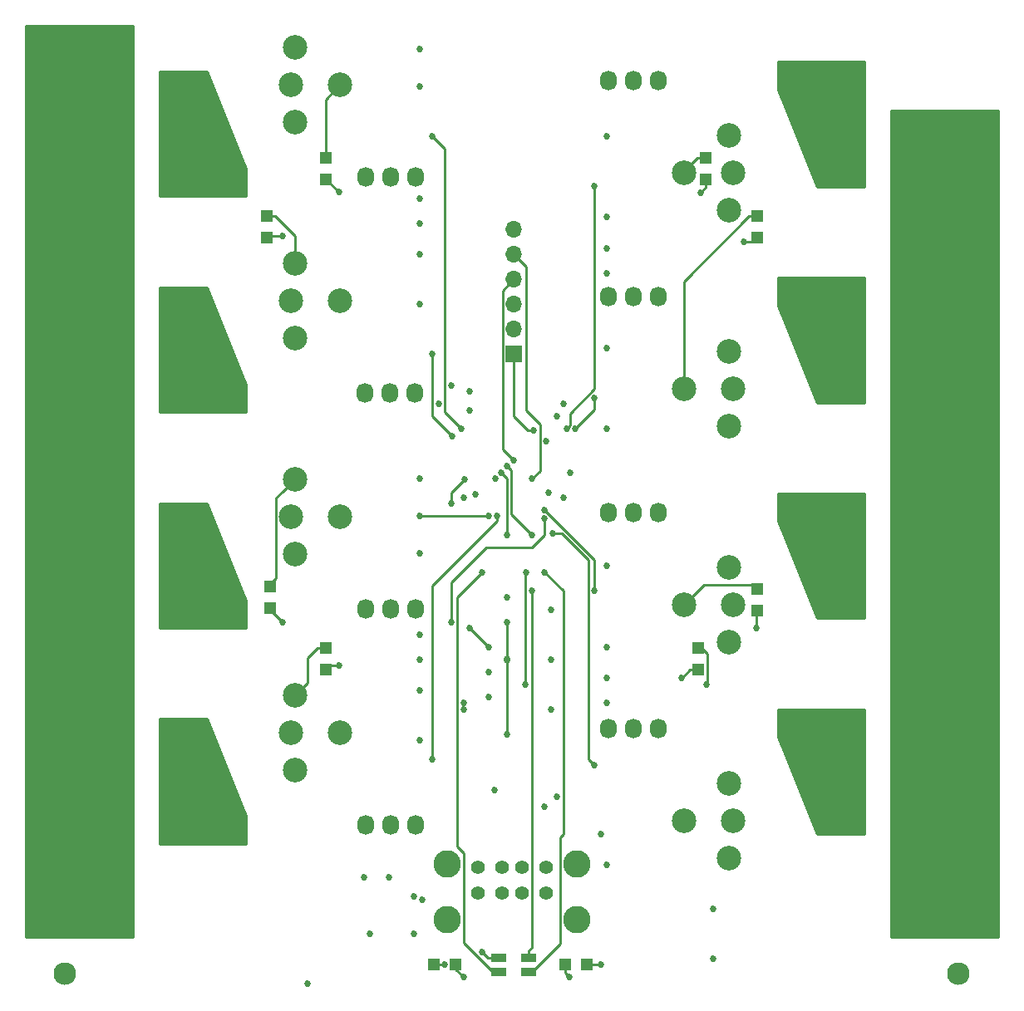
<source format=gbl>
G04 #@! TF.FileFunction,Copper,L4,Bot,Mixed*
%FSLAX46Y46*%
G04 Gerber Fmt 4.6, Leading zero omitted, Abs format (unit mm)*
G04 Created by KiCad (PCBNEW 4.0.2+dfsg1-stable) date Tue 05 Jun 2018 02:18:01 AM EDT*
%MOMM*%
G01*
G04 APERTURE LIST*
%ADD10C,0.150000*%
%ADD11C,2.500000*%
%ADD12R,1.200000X1.200000*%
%ADD13R,1.500000X0.900000*%
%ADD14O,3.810000X2.540000*%
%ADD15O,1.727200X2.032000*%
%ADD16R,1.700000X1.700000*%
%ADD17O,1.700000X1.700000*%
%ADD18C,1.420000*%
%ADD19C,2.800000*%
%ADD20R,2.300000X2.300000*%
%ADD21C,2.300000*%
%ADD22C,0.685800*%
%ADD23C,0.750000*%
%ADD24C,0.254000*%
G04 APERTURE END LIST*
D10*
D11*
X72110000Y44310000D03*
X72110000Y36690000D03*
X82270000Y44310000D03*
X89890000Y44310000D03*
X94500000Y40500000D03*
X84500000Y40500000D03*
X72500000Y40500000D03*
X67500000Y40500000D03*
D12*
X31000000Y83900000D03*
X31000000Y86100000D03*
D13*
X48615000Y3060000D03*
X48615000Y4560000D03*
X51715000Y4560000D03*
X51715000Y3060000D03*
D12*
X44280000Y3810000D03*
X42080000Y3810000D03*
D11*
X27890000Y89690000D03*
X27890000Y97310000D03*
X17730000Y89690000D03*
X10110000Y89690000D03*
X5500000Y93500000D03*
X15500000Y93500000D03*
X27500000Y93500000D03*
X32500000Y93500000D03*
X72110000Y88310000D03*
X72110000Y80690000D03*
X82270000Y88310000D03*
X89890000Y88310000D03*
X94500000Y84500000D03*
X84500000Y84500000D03*
X72500000Y84500000D03*
X67500000Y84500000D03*
X72110000Y66310000D03*
X72110000Y58690000D03*
X82270000Y66310000D03*
X89890000Y66310000D03*
X94500000Y62500000D03*
X84500000Y62500000D03*
X72500000Y62500000D03*
X67500000Y62500000D03*
X72110000Y22310000D03*
X72110000Y14690000D03*
X82270000Y22310000D03*
X89890000Y22310000D03*
X94500000Y18500000D03*
X84500000Y18500000D03*
X72500000Y18500000D03*
X67500000Y18500000D03*
X27890000Y23690000D03*
X27890000Y31310000D03*
X17730000Y23690000D03*
X10110000Y23690000D03*
X5500000Y27500000D03*
X15500000Y27500000D03*
X27500000Y27500000D03*
X32500000Y27500000D03*
X27890000Y45690000D03*
X27890000Y53310000D03*
X17730000Y45690000D03*
X10110000Y45690000D03*
X5500000Y49500000D03*
X15500000Y49500000D03*
X27500000Y49500000D03*
X32500000Y49500000D03*
X27890000Y67690000D03*
X27890000Y75310000D03*
X17730000Y67690000D03*
X10110000Y67690000D03*
X5500000Y71500000D03*
X15500000Y71500000D03*
X27500000Y71500000D03*
X32500000Y71500000D03*
D14*
X16050000Y83500000D03*
X21130000Y83500000D03*
D15*
X35100000Y84074800D03*
X37640000Y84074800D03*
X40180000Y84074800D03*
D14*
X83950000Y94500000D03*
X78870000Y94500000D03*
D15*
X64900000Y93925200D03*
X62360000Y93925200D03*
X59820000Y93925200D03*
D14*
X83950000Y72500000D03*
X78870000Y72500000D03*
D15*
X64900000Y71925200D03*
X62360000Y71925200D03*
X59820000Y71925200D03*
D14*
X83950000Y50500000D03*
X78870000Y50500000D03*
D15*
X64900000Y49925200D03*
X62360000Y49925200D03*
X59820000Y49925200D03*
D14*
X83950000Y28500000D03*
X78870000Y28500000D03*
D15*
X64900000Y27925200D03*
X62360000Y27925200D03*
X59820000Y27925200D03*
D14*
X16050000Y17500000D03*
X21130000Y17500000D03*
D15*
X35100000Y18074800D03*
X37640000Y18074800D03*
X40180000Y18074800D03*
D14*
X16050000Y39500000D03*
X21130000Y39500000D03*
D15*
X35100000Y40074800D03*
X37640000Y40074800D03*
X40180000Y40074800D03*
D14*
X16000000Y61500000D03*
X21080000Y61500000D03*
D15*
X35050000Y62074800D03*
X37590000Y62074800D03*
X40130000Y62074800D03*
D16*
X50165000Y66040000D03*
D17*
X50165000Y68580000D03*
X50165000Y71120000D03*
X50165000Y73660000D03*
X50165000Y76200000D03*
X50165000Y78740000D03*
D18*
X46500000Y13725005D03*
X49000000Y13725005D03*
X51000000Y13725005D03*
X53500000Y13725005D03*
X46500000Y11105005D03*
X49000000Y11105005D03*
X51000000Y11105005D03*
X53500000Y11105005D03*
D19*
X56570000Y8395005D03*
X56570000Y14075005D03*
X43430000Y14075005D03*
X43430000Y8395005D03*
D20*
X95500000Y8040000D03*
D21*
X95500000Y2960000D03*
D20*
X4445000Y8040000D03*
D21*
X4445000Y2960000D03*
D12*
X69750000Y83900000D03*
X69750000Y86100000D03*
X75000000Y77900000D03*
X75000000Y80100000D03*
X75000000Y39900000D03*
X75000000Y42100000D03*
X69000000Y33900000D03*
X69000000Y36100000D03*
X31000000Y33900000D03*
X31000000Y36100000D03*
X25400000Y40175000D03*
X25400000Y42375000D03*
X25000000Y77900000D03*
X25000000Y80100000D03*
X57615000Y3810000D03*
X55415000Y3810000D03*
D22*
X49530000Y41275000D03*
X45720000Y62230000D03*
X45085000Y30480000D03*
X45085000Y29845000D03*
X46990000Y5080000D03*
X46304758Y51786205D03*
X54610000Y59690000D03*
X53975000Y40005000D03*
X53975000Y29845000D03*
X47625000Y31115000D03*
X40005000Y10795000D03*
X40894000Y10414000D03*
X53481820Y57150000D03*
X55895057Y53958904D03*
X53738495Y51899979D03*
X40640000Y26670000D03*
X40640000Y31750000D03*
X47625000Y33655000D03*
X48268143Y53352040D03*
X55245000Y51435000D03*
X40640000Y53340000D03*
X40640000Y45720000D03*
X59690000Y13970000D03*
X40640000Y71120000D03*
X40640000Y76200000D03*
X59690000Y80010000D03*
X59690000Y88265000D03*
X40640000Y97155000D03*
X40640000Y93345000D03*
X29210000Y1905000D03*
X48260000Y21590000D03*
X37465000Y12700000D03*
X34925000Y12700000D03*
X43180000Y3810000D03*
X40005000Y6985000D03*
X70485000Y9525000D03*
X70485000Y4445000D03*
X45720000Y60325000D03*
X42545000Y60960000D03*
X43815000Y62865000D03*
X55245000Y60960000D03*
X45085000Y51435000D03*
X54610000Y20955000D03*
X59055000Y17145000D03*
X59690000Y44450000D03*
X59690000Y66675000D03*
X59690000Y36195000D03*
X59690000Y58420000D03*
X53975000Y34925000D03*
D23*
X49530000Y34925000D03*
D22*
X40640000Y37465000D03*
X40640000Y34925000D03*
X49530000Y38735000D03*
X40640000Y81915000D03*
X40640000Y79375000D03*
X49530000Y27305000D03*
X35560000Y6985000D03*
X53340000Y19955000D03*
X59690000Y33020000D03*
X59690000Y30480000D03*
X59690000Y74295000D03*
X59690000Y76835000D03*
X32385000Y82550000D03*
X46990000Y43815000D03*
X51989401Y41990599D03*
X53340000Y43815000D03*
X45085000Y2540000D03*
X47625000Y36195000D03*
X45671125Y38148875D03*
X50165000Y55245000D03*
X43815000Y50800000D03*
X45144049Y53280951D03*
X52070000Y47625000D03*
X49530000Y54610000D03*
X49530000Y47625000D03*
X48895000Y53975000D03*
X51435000Y43815000D03*
X51367091Y32385000D03*
X52237209Y58252791D03*
X41910000Y88265000D03*
X44861369Y58432690D03*
X58420000Y83185000D03*
X55545561Y58440938D03*
X58420000Y61595000D03*
X56404702Y58420000D03*
X58420000Y41910000D03*
X53340000Y50165000D03*
X58420000Y24130000D03*
X54176017Y47813903D03*
X41910000Y24765000D03*
X48463203Y49530000D03*
X47625000Y49530000D03*
X40640000Y49530000D03*
X41910000Y66040000D03*
X43937540Y57662460D03*
X52070000Y53340000D03*
X43815000Y38735000D03*
X53319062Y49305859D03*
X55880000Y2540000D03*
X69850000Y32385000D03*
X69202658Y82537658D03*
X73660000Y77470000D03*
X74930000Y38100000D03*
X67310000Y33020000D03*
X32385000Y34290000D03*
X26670000Y38735000D03*
X26670000Y78105000D03*
X59055000Y3810000D03*
D24*
X48615000Y4560000D02*
X47510000Y4560000D01*
X47510000Y4560000D02*
X46990000Y5080000D01*
X42080000Y3810000D02*
X43180000Y3810000D01*
X49530000Y34290000D02*
X49530000Y34925000D01*
X49530000Y34925000D02*
X49530000Y38735000D01*
X49530000Y27305000D02*
X49530000Y34290000D01*
X32385000Y82550000D02*
X32350000Y82550000D01*
X32350000Y82550000D02*
X31000000Y83900000D01*
X31000000Y86100000D02*
X31000000Y92000000D01*
X31000000Y92000000D02*
X32500000Y93500000D01*
X44450000Y41275000D02*
X46990000Y43815000D01*
X44450000Y15875000D02*
X44450000Y41275000D01*
X45109401Y15215599D02*
X44450000Y15875000D01*
X45109401Y7588892D02*
X45109401Y15215599D01*
X48615000Y3060000D02*
X48088994Y3060000D01*
X48088994Y3060000D02*
X45109401Y6039593D01*
X45109401Y6039593D02*
X45109401Y7588892D01*
X51715000Y4560000D02*
X51715000Y5264000D01*
X51715000Y5264000D02*
X51989401Y5538401D01*
X51989401Y5538401D02*
X51989401Y41990599D01*
X54890599Y16790599D02*
X54890599Y5935599D01*
X54890599Y5935599D02*
X52015000Y3060000D01*
X52015000Y3060000D02*
X51715000Y3060000D01*
X55245000Y41910000D02*
X53340000Y43815000D01*
X55245000Y17145000D02*
X55245000Y41910000D01*
X54890599Y16790599D02*
X55245000Y17145000D01*
X44280000Y3810000D02*
X44280000Y3345000D01*
X44280000Y3345000D02*
X45085000Y2540000D01*
X45671125Y38148875D02*
X47625000Y36195000D01*
X50165000Y73660000D02*
X49035599Y72530599D01*
X49035599Y72530599D02*
X49035599Y56374401D01*
X49035599Y56374401D02*
X50165000Y55245000D01*
X45144049Y53280951D02*
X43815000Y51951902D01*
X43815000Y51951902D02*
X43815000Y50800000D01*
X49936410Y53508340D02*
X49936410Y49758590D01*
X49936410Y49758590D02*
X52070000Y47625000D01*
X49530000Y54610000D02*
X49936410Y54203590D01*
X49936410Y54203590D02*
X49936410Y53508340D01*
X48895000Y53975000D02*
X49530000Y53340000D01*
X49530000Y53340000D02*
X49530000Y47625000D01*
X51367091Y32385000D02*
X51367091Y43747091D01*
X51367091Y43747091D02*
X51435000Y43815000D01*
X52237209Y58252791D02*
X51602209Y58252791D01*
X51602209Y58252791D02*
X50165000Y59690000D01*
X50165000Y59690000D02*
X50165000Y66040000D01*
X43180000Y60114059D02*
X43180000Y86995000D01*
X43180000Y86995000D02*
X41910000Y88265000D01*
X44861369Y58432690D02*
X43180000Y60114059D01*
X55888460Y58783837D02*
X55888460Y59984466D01*
X55545561Y58440938D02*
X55888460Y58783837D01*
X55888460Y59984466D02*
X58420000Y62516006D01*
X58420000Y62516006D02*
X58420000Y63500000D01*
X58420000Y63500000D02*
X58420000Y83185000D01*
X56404702Y58420000D02*
X58420000Y60435298D01*
X58420000Y60435298D02*
X58420000Y61595000D01*
X58420000Y45085000D02*
X58420000Y41910000D01*
X53340000Y50165000D02*
X58420000Y45085000D01*
X57785000Y41623994D02*
X57785000Y24765000D01*
X57785000Y24765000D02*
X58420000Y24130000D01*
X57785000Y45085000D02*
X57785000Y41623994D01*
X55056097Y47813903D02*
X57785000Y45085000D01*
X54176017Y47813903D02*
X55056097Y47813903D01*
X48463203Y49530000D02*
X48463203Y49045067D01*
X48463203Y49045067D02*
X41910000Y42491864D01*
X41910000Y42491864D02*
X41910000Y24765000D01*
X46355000Y49530000D02*
X47625000Y49530000D01*
X40640000Y49530000D02*
X46355000Y49530000D01*
X43937540Y57662460D02*
X41910000Y59690000D01*
X41910000Y59690000D02*
X41910000Y66040000D01*
X51435000Y60325000D02*
X51435000Y74930000D01*
X52859510Y58900490D02*
X51435000Y60325000D01*
X52070000Y53340000D02*
X52859510Y54129510D01*
X52859510Y54129510D02*
X52859510Y58900490D01*
X51435000Y74930000D02*
X50165000Y76200000D01*
X52070000Y46355000D02*
X53319062Y47604062D01*
X53319062Y47604062D02*
X53319062Y49305859D01*
X43815000Y42831006D02*
X47338994Y46355000D01*
X47338994Y46355000D02*
X52070000Y46355000D01*
X43815000Y42831006D02*
X43815000Y38735000D01*
X55415000Y3810000D02*
X55415000Y3005000D01*
X55415000Y3005000D02*
X55880000Y2540000D01*
X69750000Y86100000D02*
X68896000Y86100000D01*
X68896000Y86100000D02*
X67500000Y84704000D01*
X67500000Y84704000D02*
X67500000Y84500000D01*
X75000000Y80100000D02*
X74146000Y80100000D01*
X74146000Y80100000D02*
X67500000Y73454000D01*
X67500000Y73454000D02*
X67500000Y64267766D01*
X67500000Y64267766D02*
X67500000Y62500000D01*
X67500000Y40500000D02*
X69545000Y42545000D01*
X69545000Y42545000D02*
X74555000Y42545000D01*
X74555000Y42545000D02*
X75000000Y42100000D01*
X69310000Y36100000D02*
X69879401Y35530599D01*
X69879401Y35530599D02*
X69879401Y32414401D01*
X69879401Y32414401D02*
X69850000Y32385000D01*
X69000000Y36100000D02*
X69310000Y36100000D01*
X27890000Y31310000D02*
X29139999Y32559999D01*
X29139999Y32559999D02*
X29139999Y35093999D01*
X29139999Y35093999D02*
X30146000Y36100000D01*
X30146000Y36100000D02*
X31000000Y36100000D01*
X25970599Y43180000D02*
X25970599Y51390599D01*
X25400000Y42375000D02*
X25400000Y42609401D01*
X25400000Y42609401D02*
X25970599Y43180000D01*
X25970599Y51390599D02*
X26640001Y52060001D01*
X26640001Y52060001D02*
X27890000Y53310000D01*
X27890000Y75310000D02*
X27890000Y78064000D01*
X27890000Y78064000D02*
X25854000Y80100000D01*
X25854000Y80100000D02*
X25000000Y80100000D01*
X69750000Y83900000D02*
X69750000Y83085000D01*
X69750000Y83085000D02*
X69202658Y82537658D01*
X73660000Y77470000D02*
X74570000Y77470000D01*
X74570000Y77470000D02*
X75000000Y77900000D01*
X74930000Y38100000D02*
X74930000Y39830000D01*
X74930000Y39830000D02*
X75000000Y39900000D01*
X67945000Y33655000D02*
X67945000Y33699000D01*
X67945000Y33699000D02*
X68146000Y33900000D01*
X68146000Y33900000D02*
X69000000Y33900000D01*
X67310000Y33020000D02*
X67945000Y33655000D01*
X32385000Y34290000D02*
X31390000Y34290000D01*
X31390000Y34290000D02*
X31000000Y33900000D01*
X26670000Y38735000D02*
X25400000Y40005000D01*
X25400000Y40005000D02*
X25400000Y40175000D01*
X26670000Y78105000D02*
X25205000Y78105000D01*
X25205000Y78105000D02*
X25000000Y77900000D01*
X59055000Y3810000D02*
X57615000Y3810000D01*
G36*
X11373000Y6627000D02*
X456000Y6627000D01*
X456000Y99544000D01*
X11373000Y99544000D01*
X11373000Y6627000D01*
X11373000Y6627000D01*
G37*
X11373000Y6627000D02*
X456000Y6627000D01*
X456000Y99544000D01*
X11373000Y99544000D01*
X11373000Y6627000D01*
G36*
X99544000Y6627000D02*
X88627000Y6627000D01*
X88627000Y90873000D01*
X99544000Y90873000D01*
X99544000Y6627000D01*
X99544000Y6627000D01*
G37*
X99544000Y6627000D02*
X88627000Y6627000D01*
X88627000Y90873000D01*
X99544000Y90873000D01*
X99544000Y6627000D01*
G36*
X22873000Y40975541D02*
X22873000Y38127000D01*
X14127000Y38127000D01*
X14127000Y50873000D01*
X18914016Y50873000D01*
X22873000Y40975541D01*
X22873000Y40975541D01*
G37*
X22873000Y40975541D02*
X22873000Y38127000D01*
X14127000Y38127000D01*
X14127000Y50873000D01*
X18914016Y50873000D01*
X22873000Y40975541D01*
G36*
X22873000Y18975541D02*
X22873000Y16127000D01*
X14127000Y16127000D01*
X14127000Y28873000D01*
X18914016Y28873000D01*
X22873000Y18975541D01*
X22873000Y18975541D01*
G37*
X22873000Y18975541D02*
X22873000Y16127000D01*
X14127000Y16127000D01*
X14127000Y28873000D01*
X18914016Y28873000D01*
X22873000Y18975541D01*
G36*
X22873000Y84975541D02*
X22873000Y82127000D01*
X14127000Y82127000D01*
X14127000Y94873000D01*
X18914016Y94873000D01*
X22873000Y84975541D01*
X22873000Y84975541D01*
G37*
X22873000Y84975541D02*
X22873000Y82127000D01*
X14127000Y82127000D01*
X14127000Y94873000D01*
X18914016Y94873000D01*
X22873000Y84975541D01*
G36*
X22873000Y62975541D02*
X22873000Y60127000D01*
X14127000Y60127000D01*
X14127000Y72873000D01*
X18914016Y72873000D01*
X22873000Y62975541D01*
X22873000Y62975541D01*
G37*
X22873000Y62975541D02*
X22873000Y60127000D01*
X14127000Y60127000D01*
X14127000Y72873000D01*
X18914016Y72873000D01*
X22873000Y62975541D01*
G36*
X85873000Y83127000D02*
X81085984Y83127000D01*
X77127000Y93024460D01*
X77127000Y95873000D01*
X85873000Y95873000D01*
X85873000Y83127000D01*
X85873000Y83127000D01*
G37*
X85873000Y83127000D02*
X81085984Y83127000D01*
X77127000Y93024460D01*
X77127000Y95873000D01*
X85873000Y95873000D01*
X85873000Y83127000D01*
G36*
X85873000Y61127000D02*
X81085984Y61127000D01*
X77127000Y71024460D01*
X77127000Y73873000D01*
X85873000Y73873000D01*
X85873000Y61127000D01*
X85873000Y61127000D01*
G37*
X85873000Y61127000D02*
X81085984Y61127000D01*
X77127000Y71024460D01*
X77127000Y73873000D01*
X85873000Y73873000D01*
X85873000Y61127000D01*
G36*
X85873000Y39127000D02*
X81085984Y39127000D01*
X77127000Y49024460D01*
X77127000Y51873000D01*
X85873000Y51873000D01*
X85873000Y39127000D01*
X85873000Y39127000D01*
G37*
X85873000Y39127000D02*
X81085984Y39127000D01*
X77127000Y49024460D01*
X77127000Y51873000D01*
X85873000Y51873000D01*
X85873000Y39127000D01*
G36*
X85873000Y17127000D02*
X81085984Y17127000D01*
X77127000Y27024460D01*
X77127000Y29873000D01*
X85873000Y29873000D01*
X85873000Y17127000D01*
X85873000Y17127000D01*
G37*
X85873000Y17127000D02*
X81085984Y17127000D01*
X77127000Y27024460D01*
X77127000Y29873000D01*
X85873000Y29873000D01*
X85873000Y17127000D01*
M02*

</source>
